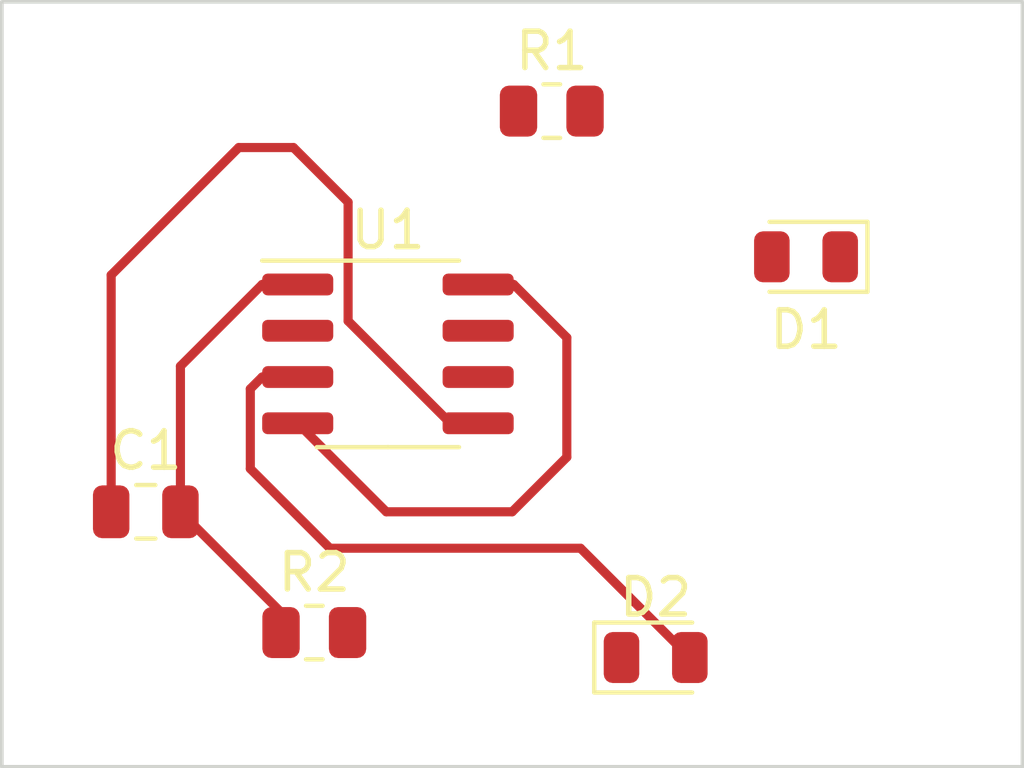
<source format=kicad_pcb>
(kicad_pcb (version 20240108) (generator "pcbnew") (generator_version "8.0")
  (layers (0 "F.Cu" signal) (31 "B.Cu" signal) (34 "B.Paste" user) (35 "F.Paste" user) (36 "B.SilkS" user "B.Silkscreen") (37 "F.SilkS" user "F.Silkscreen") (38 "B.Mask" user) (39 "F.Mask" user) (44 "Edge.Cuts" user))
  (net 0 "")
  (net 1 "Net-(U1-CV)")
  (net 2 "GND")
  (net 3 "Net-(D1-K)")
  (net 4 "Net-(D1-A)")
  (net 5 "Net-(D2-K)")
  (net 6 "VCC")
  (net 8 "Net-(U1-DIS)")
  (footprint "Capacitor_SMD:C_0805_2012Metric" (layer "F.Cu") (at 19.95 28)
    (property "Reference" "C1" (at 0 -1.68 0) (layer "F.SilkS"))
    (property "Value" "C")
    (fp_line (start -0.261252 -0.735) (end 0.261252 -0.735) (stroke (width 0.12)) (layer "F.SilkS"))
    (fp_line (start -0.261252 0.735) (end 0.261252 0.735) (stroke (width 0.12)) (layer "F.SilkS"))
    (pad "1" smd roundrect (at -0.95 0) (size 1 1.45) (layers "F.Cu" "F.Paste" "F.Mask") (net 1 "Net-(U1-CV)"))
    (pad "2" smd roundrect (at 0.95 0) (size 1 1.45) (layers "F.Cu" "F.Paste" "F.Mask") (net 2 "GND"))
  )
  (footprint "Resistor_SMD:R_0805_2012Metric" (layer "F.Cu") (at 31.0875 17)
    (property "Reference" "R1" (at 0 -1.65 0) (layer "F.SilkS"))
    (property "Value" "R")
    (fp_line (start -0.227064 -0.735) (end 0.227064 -0.735) (stroke (width 0.12)) (layer "F.SilkS"))
    (fp_line (start -0.227064 0.735) (end 0.227064 0.735) (stroke (width 0.12)) (layer "F.SilkS"))
    (pad "1" smd roundrect (at -0.9125 0) (size 1.025 1.4) (layers "F.Cu" "F.Paste" "F.Mask") (roundrect_rratio 0.243902) (net 4 "Net-(D1-A)"))
    (pad "2" smd roundrect (at 0.9125 0) (size 1.025 1.4) (layers "F.Cu" "F.Paste" "F.Mask") (roundrect_rratio 0.243902) (net 6 "VCC"))
  )
  (footprint "Package_SO:SOIC-8_3.9x4.9mm_P1.27mm" (layer "F.Cu") (at 26.5925 23.665)
    (property "Reference" "U1" (at 0 -3.4 0) (layer "F.SilkS"))
    (property "Value" "LM555xM")
    (fp_line (start 0 -2.56) (end -3.45 -2.56) (stroke (width 0.12)) (layer "F.SilkS"))
    (fp_line (start 0 -2.56) (end 1.95 -2.56) (stroke (width 0.12)) (layer "F.SilkS"))
    (fp_line (start 0 2.56) (end -1.95 2.56) (stroke (width 0.12)) (layer "F.SilkS"))
    (fp_line (start 0 2.56) (end 1.95 2.56) (stroke (width 0.12)) (layer "F.SilkS"))
    (pad "1" smd roundrect (at -2.475 -1.905) (size 1.95 0.6) (layers "F.Cu" "F.Paste" "F.Mask") (net 2 "GND"))
    (pad "2" smd roundrect (at -2.475 -0.635) (size 1.95 0.6) (layers "F.Cu" "F.Paste" "F.Mask"))
    (pad "3" smd roundrect (at -2.475 0.635) (size 1.95 0.6) (layers "F.Cu" "F.Paste" "F.Mask") (net 3 "Net-(D1-K)"))
    (pad "4" smd roundrect (at -2.475 1.905) (size 1.95 0.6) (layers "F.Cu" "F.Paste" "F.Mask") (net 6 "VCC"))
    (pad "5" smd roundrect (at 2.475 1.905) (size 1.95 0.6) (layers "F.Cu" "F.Paste" "F.Mask") (net 1 "Net-(U1-CV)"))
    (pad "6" smd roundrect (at 2.475 0.635) (size 1.95 0.6) (layers "F.Cu" "F.Paste" "F.Mask") (net 8 "Net-(U1-DIS)"))
    (pad "7" smd roundrect (at 2.475 -0.635) (size 1.95 0.6) (layers "F.Cu" "F.Paste" "F.Mask") (net 8 "Net-(U1-DIS)"))
    (pad "8" smd roundrect (at 2.475 -1.905) (size 1.95 0.6) (layers "F.Cu" "F.Paste" "F.Mask") (net 6 "VCC"))
  )
  (footprint "Resistor_SMD:R_0805_2012Metric" (layer "F.Cu") (at 24.5725 31.315)
    (property "Reference" "R2" (at 0 -1.65 0) (layer "F.SilkS"))
    (property "Value" "R")
    (fp_line (start -0.227064 -0.735) (end 0.227064 -0.735) (stroke (width 0.12)) (layer "F.SilkS"))
    (fp_line (start -0.227064 0.735) (end 0.227064 0.735) (stroke (width 0.12)) (layer "F.SilkS"))
    (pad "1" smd roundrect (at -0.9125 0) (size 1.025 1.4) (layers "F.Cu" "F.Paste" "F.Mask") (roundrect_rratio 0.243902) (net 2 "GND"))
    (pad "2" smd roundrect (at 0.9125 0) (size 1.025 1.4) (layers "F.Cu" "F.Paste" "F.Mask") (roundrect_rratio 0.243902) (net 5 "Net-(D2-K)"))
  )
  (footprint "LED_SMD:LED_0805_2012Metric" (layer "F.Cu") (at 33.9375 32)
    (property "Reference" "D2" (at 0 -1.65 0) (layer "F.SilkS"))
    (property "Value" "LED")
    (fp_line (start -1.685 -0.96) (end -1.685 0.96) (stroke (width 0.12)) (layer "F.SilkS"))
    (fp_line (start -1.685 0.96) (end 1 0.96) (stroke (width 0.12)) (layer "F.SilkS"))
    (fp_line (start 1 -0.96) (end -1.685 -0.96) (stroke (width 0.12)) (layer "F.SilkS"))
    (pad "1" smd roundrect (at -0.9375 0) (size 0.975 1.4) (layers "F.Cu" "F.Paste" "F.Mask") (net 5 "Net-(D2-K)"))
    (pad "2" smd roundrect (at 0.9375 0) (size 0.975 1.4) (layers "F.Cu" "F.Paste" "F.Mask") (net 3 "Net-(D1-K)"))
  )
  (footprint "LED_SMD:LED_0805_2012Metric" (layer "F.Cu") (at 38.0625 21 180)
    (property "Reference" "D1" (at 0 -2 0) (layer "F.SilkS"))
    (property "Value" "LED")
    (fp_line (start 1 -0.96) (end -1.685 -0.96) (stroke (width 0.12)) (layer "F.SilkS"))
    (fp_line (start -1.685 0.96) (end 1 0.96) (stroke (width 0.12)) (layer "F.SilkS"))
    (fp_line (start -1.685 -0.96) (end -1.685 0.96) (stroke (width 0.12)) (layer "F.SilkS"))
    (pad "1" smd roundrect (at -0.9375 0 180) (size 0.975 1.4) (layers "F.Cu" "F.Paste" "F.Mask") (net 3 "Net-(D1-K)"))
    (pad "2" smd roundrect (at 0.9375 0 180) (size 0.975 1.4) (layers "F.Cu" "F.Paste" "F.Mask") (net 4 "Net-(D1-A)"))
  )
  (gr_rect (start 16 14) (end 44 35) (stroke (width 0.1)) (fill none) (layer "Edge.Cuts"))
  (segment (start 29.0675 25.57) (end 28.308408 25.57) (width 0.25) (layer "F.Cu") (net 1))
  (segment (start 25.5 22.761592) (end 25.5 19.5) (width 0.25) (layer "F.Cu") (net 1))
  (segment (start 19 21.5) (end 19 28) (width 0.25) (layer "F.Cu") (net 1))
  (segment (start 28.308408 25.57) (end 25.5 22.761592) (width 0.25) (layer "F.Cu") (net 1))
  (segment (start 22.5 18) (end 19 21.5) (width 0.25) (layer "F.Cu") (net 1))
  (segment (start 24 18) (end 22.5 18) (width 0.25) (layer "F.Cu") (net 1))
  (segment (start 25.5 19.5) (end 24 18) (width 0.25) (layer "F.Cu") (net 1))
  (segment (start 20.9 28) (end 23.66 30.76) (width 0.25) (layer "F.Cu") (net 2))
  (segment (start 20.9 28) (end 20.9 24.002501) (width 0.25) (layer "F.Cu") (net 2))
  (segment (start 23.66 30.76) (end 23.66 31.315) (width 0.25) (layer "F.Cu") (net 2))
  (segment (start 23.142501 21.76) (end 24.1175 21.76) (width 0.25) (layer "F.Cu") (net 2))
  (segment (start 20.9 24.002501) (end 23.142501 21.76) (width 0.25) (layer "F.Cu") (net 2))
  (segment (start 25 29) (end 31.875 29) (width 0.25) (layer "F.Cu") (net 3))
  (segment (start 22.8175 26.8175) (end 25 29) (width 0.25) (layer "F.Cu") (net 3))
  (segment (start 22.8175 24.625001) (end 22.8175 26.8175) (width 0.25) (layer "F.Cu") (net 3))
  (segment (start 23.142501 24.3) (end 22.8175 24.625001) (width 0.25) (layer "F.Cu") (net 3))
  (segment (start 31.875 29) (end 34.875 32) (width 0.25) (layer "F.Cu") (net 3))
  (segment (start 24.1175 24.3) (end 23.142501 24.3) (width 0.25) (layer "F.Cu") (net 3))
  (segment (start 26.5475 28) (end 24.1175 25.57) (width 0.25) (layer "F.Cu") (net 6))
  (segment (start 31.5 23.217501) (end 31.5 26.5) (width 0.25) (layer "F.Cu") (net 6))
  (segment (start 30.042499 21.76) (end 31.5 23.217501) (width 0.25) (layer "F.Cu") (net 6))
  (segment (start 30 28) (end 26.5475 28) (width 0.25) (layer "F.Cu") (net 6))
  (segment (start 31.5 26.5) (end 30 28) (width 0.25) (layer "F.Cu") (net 6))
  (segment (start 29.0675 21.76) (end 30.042499 21.76) (width 0.25) (layer "F.Cu") (net 6))
)
</source>
